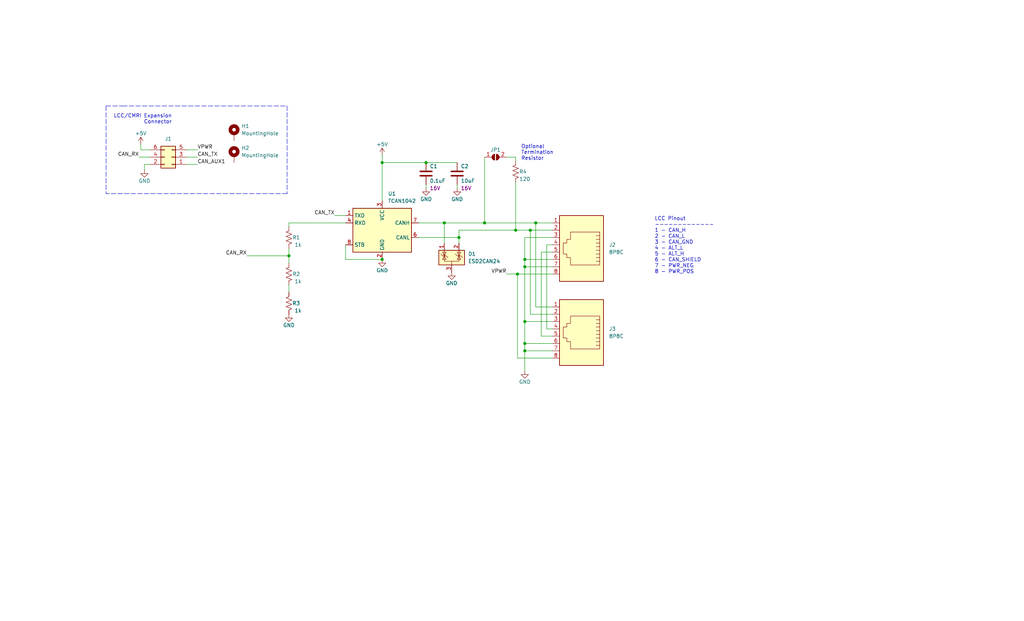
<source format=kicad_sch>
(kicad_sch (version 20211123) (generator eeschema)
  (paper "USLegal")
  (title_block (title "MSS Cascade Advanced CAN Board") (company "Iowa Scaled Engineering"))
  (lib_symbols
    (symbol "Connector:8P8C" (pin_names (offset 1.016))
      (property "Reference" "J" (at -5.08 13.97 0))
      (property "Value" "8P8C" (at 2.54 13.97 0))
      (symbol "8P8C_0_1"
        (polyline (pts (xy -5.08 4.445) (xy -6.35 4.445)))
        (polyline (pts (xy -5.08 5.715) (xy -6.35 5.715)))
        (polyline (pts (xy -6.35 -3.175) (xy -5.08 -3.175) (xy -5.08 -3.175)))
        (polyline (pts (xy -6.35 -1.905) (xy -5.08 -1.905) (xy -5.08 -1.905)))
        (polyline (pts (xy -6.35 -0.635) (xy -5.08 -0.635) (xy -5.08 -0.635)))
        (polyline (pts (xy -6.35 0.635) (xy -5.08 0.635) (xy -5.08 0.635)))
        (polyline (pts (xy -6.35 1.905) (xy -5.08 1.905) (xy -5.08 1.905)))
        (polyline (pts (xy -5.08 3.175) (xy -6.35 3.175) (xy -6.35 3.175)))
        (polyline (pts (xy -6.35 -4.445) (xy -6.35 6.985) (xy 3.81 6.985) (xy 3.81 4.445) (xy 5.08 4.445) (xy 5.08 3.175) (xy 6.35 3.175) (xy 6.35 -0.635) (xy 5.08 -0.635) (xy 5.08 -1.905) (xy 3.81 -1.905) (xy 3.81 -4.445) (xy -6.35 -4.445) (xy -6.35 -4.445)))
        (rectangle (start 7.62 12.7) (end -7.62 -10.16) (stroke (width 0.254)) (fill (type background)))
      )
      (symbol "8P8C_1_1"
        (pin passive line (at 10.16 -7.62 180) (length 2.54) (name "~") (number "1"))
        (pin passive line (at 10.16 -5.08 180) (length 2.54) (name "~") (number "2"))
        (pin passive line (at 10.16 -2.54 180) (length 2.54) (name "~") (number "3"))
        (pin passive line (at 10.16 0 180) (length 2.54) (name "~") (number "4"))
        (pin passive line (at 10.16 2.54 180) (length 2.54) (name "~") (number "5"))
        (pin passive line (at 10.16 5.08 180) (length 2.54) (name "~") (number "6"))
        (pin passive line (at 10.16 7.62 180) (length 2.54) (name "~") (number "7"))
        (pin passive line (at 10.16 10.16 180) (length 2.54) (name "~") (number "8"))
      )
    )
    (symbol "Connector_Generic:Conn_02x03_Odd_Even" (pin_names (offset 1.016) hide)
      (property "Reference" "J" (at 1.27 5.08 0))
      (property "Value" "Conn_02x03_Odd_Even" (at 1.27 -5.08 0))
      (symbol "Conn_02x03_Odd_Even_1_1"
        (rectangle (start -1.27 -2.413) (end 0 -2.667) (stroke (width 0.1524)))
        (rectangle (start -1.27 0.127) (end 0 -0.127) (stroke (width 0.1524)))
        (rectangle (start -1.27 2.667) (end 0 2.413) (stroke (width 0.1524)))
        (rectangle (start -1.27 3.81) (end 3.81 -3.81) (stroke (width 0.254)) (fill (type background)))
        (rectangle (start 3.81 -2.413) (end 2.54 -2.667) (stroke (width 0.1524)))
        (rectangle (start 3.81 0.127) (end 2.54 -0.127) (stroke (width 0.1524)))
        (rectangle (start 3.81 2.667) (end 2.54 2.413) (stroke (width 0.1524)))
        (pin passive line (at -5.08 2.54 0) (length 3.81) (name "Pin_1") (number "1"))
        (pin passive line (at 7.62 2.54 180) (length 3.81) (name "Pin_2") (number "2"))
        (pin passive line (at -5.08 0 0) (length 3.81) (name "Pin_3") (number "3"))
        (pin passive line (at 7.62 0 180) (length 3.81) (name "Pin_4") (number "4"))
        (pin passive line (at -5.08 -2.54 0) (length 3.81) (name "Pin_5") (number "5"))
        (pin passive line (at 7.62 -2.54 180) (length 3.81) (name "Pin_6") (number "6"))
      )
    )
    (symbol "Device:C" (pin_numbers hide) (pin_names (offset 0.254))
      (property "Reference" "C" (at 0.635 2.54 0))
      (property "Value" "C" (at 0.635 -2.54 0))
      (symbol "C_0_1"
        (polyline (pts (xy -2.032 -0.762) (xy 2.032 -0.762)) (stroke (width 0.508)))
        (polyline (pts (xy -2.032 0.762) (xy 2.032 0.762)) (stroke (width 0.508)))
      )
      (symbol "C_1_1"
        (pin passive line (at 0 3.81 270) (length 2.794) (name "~") (number "1"))
        (pin passive line (at 0 -3.81 90) (length 2.794) (name "~") (number "2"))
      )
    )
    (symbol "Device:R_US" (pin_numbers hide) (pin_names (offset 0))
      (property "Reference" "R" (at 2.54 0 90))
      (property "Value" "R_US" (at -2.54 0 90))
      (symbol "R_US_0_1"
        (polyline (pts (xy 0 -2.286) (xy 0 -2.54)))
        (polyline (pts (xy 0 2.286) (xy 0 2.54)))
        (polyline (pts (xy 0 -0.762) (xy 1.016 -1.143) (xy 0 -1.524) (xy -1.016 -1.905) (xy 0 -2.286)))
        (polyline (pts (xy 0 0.762) (xy 1.016 0.381) (xy 0 0) (xy -1.016 -0.381) (xy 0 -0.762)))
        (polyline (pts (xy 0 2.286) (xy 1.016 1.905) (xy 0 1.524) (xy -1.016 1.143) (xy 0 0.762)))
      )
      (symbol "R_US_1_1"
        (pin passive line (at 0 3.81 270) (length 1.27) (name "~") (number "1"))
        (pin passive line (at 0 -3.81 90) (length 1.27) (name "~") (number "2"))
      )
    )
    (symbol "ISE_Generic:TCAN1042"
      (property "Reference" "U" (at -10.16 8.89 0))
      (property "Value" "TCAN1042" (at 2.54 8.89 0))
      (symbol "TCAN1042_0_1"
        (rectangle (start -10.16 7.62) (end 10.16 -7.62) (stroke (width 0.254)) (fill (type background)))
      )
      (symbol "TCAN1042_1_1"
        (pin input line (at -12.7 5.08 0) (length 2.54) (name "TXD") (number "1"))
        (pin power_in line (at 0 -10.16 90) (length 2.54) (name "GND") (number "2"))
        (pin power_in line (at 0 10.16 270) (length 2.54) (name "VCC") (number "3"))
        (pin tri_state line (at -12.7 2.54 0) (length 2.54) (name "RXD") (number "4"))
        (pin no_connect line (at -10.16 -2.54 0) (length 2.54) hide (name "NC") (number "5"))
        (pin bidirectional line (at 12.7 -2.54 180) (length 2.54) (name "CANL") (number "6"))
        (pin bidirectional line (at 12.7 2.54 180) (length 2.54) (name "CANH") (number "7"))
        (pin input line (at -12.7 -5.08 0) (length 2.54) (name "STB") (number "8"))
      )
    )
    (symbol "Jumper:SolderJumper_2_Open" (pin_names (offset 0) hide)
      (property "Reference" "JP" (at 0 2.032 0))
      (property "Value" "SolderJumper_2_Open" (at 0 -2.54 0))
      (symbol "SolderJumper_2_Open_0_1"
        (arc (start -0.254 1.016) (mid -1.27 0) (end -0.254 -1.016))
        (arc (start -0.254 1.016) (mid -1.27 0) (end -0.254 -1.016) (fill (type outline)))
        (polyline (pts (xy -0.254 1.016) (xy -0.254 -1.016)))
        (polyline (pts (xy 0.254 1.016) (xy 0.254 -1.016)))
        (arc (start 0.254 -1.016) (mid 1.27 0) (end 0.254 1.016))
        (arc (start 0.254 -1.016) (mid 1.27 0) (end 0.254 1.016) (fill (type outline)))
      )
      (symbol "SolderJumper_2_Open_1_1"
        (pin passive line (at -3.81 0 0) (length 2.54) (name "A") (number "1"))
        (pin passive line (at 3.81 0 180) (length 2.54) (name "B") (number "2"))
      )
    )
    (symbol "Mechanical:MountingHole_Pad" (pin_numbers hide) (pin_names (offset 1.016) hide)
      (property "Reference" "H" (at 0 6.35 0))
      (property "Value" "MountingHole_Pad" (at 0 4.445 0))
      (symbol "MountingHole_Pad_0_1"
        (circle (center 0 1.27) (radius 1.27) (stroke (width 1.27)))
      )
      (symbol "MountingHole_Pad_1_1"
        (pin input line (at 0 -2.54 90) (length 2.54) (name "1") (number "1"))
      )
    )
    (symbol "Power_Protection:NUP2105L" (pin_names hide)
      (property "Reference" "D" (at 5.715 2.54 0))
      (property "Value" "NUP2105L" (at 5.715 0.635 0))
      (symbol "NUP2105L_0_0"
        (pin passive line (at 0 -5.08 90) (length 2.54) (name "A") (number "3"))
      )
      (symbol "NUP2105L_0_1"
        (rectangle (start -4.445 2.54) (end 4.445 -2.54) (stroke (width 0.254)) (fill (type background)))
        (polyline (pts (xy -2.54 2.54) (xy -2.54 0.635)))
        (polyline (pts (xy 0 -1.27) (xy 0 -2.54)))
        (polyline (pts (xy 2.54 2.54) (xy 2.54 0.635)))
        (polyline (pts (xy -3.81 1.27) (xy -3.175 0.635) (xy -1.905 0.635) (xy -1.27 0)))
        (polyline (pts (xy -2.54 0.635) (xy -2.54 -1.27) (xy 2.54 -1.27) (xy 2.54 0.635)))
        (polyline (pts (xy -2.54 0.635) (xy -1.905 -0.635) (xy -3.175 -0.635) (xy -2.54 0.635)))
        (polyline (pts (xy 2.54 0.635) (xy 1.905 -0.635) (xy 3.175 -0.635) (xy 2.54 0.635)))
        (polyline (pts (xy 2.54 0.635) (xy 3.175 1.905) (xy 1.905 1.905) (xy 2.54 0.635)))
        (polyline (pts (xy -2.54 0.635) (xy -3.175 1.905) (xy -1.905 1.905) (xy -2.54 0.635) (xy -2.54 1.27)))
        (polyline (pts (xy 1.27 1.27) (xy 1.905 0.635) (xy 2.54 0.635) (xy 3.175 0.635) (xy 3.81 0)))
      )
      (symbol "NUP2105L_1_1"
        (pin passive line (at -2.54 5.08 270) (length 2.54) (name "K") (number "1"))
        (pin passive line (at 2.54 5.08 270) (length 2.54) (name "K") (number "2"))
      )
    )
    (symbol "power:+5V" (power) (pin_names (offset 0))
      (property "Value" "+5V" (at 0 3.556 0))
      (symbol "+5V_0_1"
        (polyline (pts (xy -0.762 1.27) (xy 0 2.54)))
        (polyline (pts (xy 0 0) (xy 0 2.54)))
        (polyline (pts (xy 0 2.54) (xy 0.762 1.27)))
      )
      (symbol "+5V_1_1"
        (pin power_in line (at 0 0 90) (length 0) hide (name "+5V") (number "1"))
      )
    )
    (symbol "power:GND" (power) (pin_names (offset 0))
      (property "Value" "GND" (at 0 -3.81 0))
      (symbol "GND_0_1"
        (polyline (pts (xy 0 0) (xy 0 -1.27) (xy 1.27 -1.27) (xy 0 -2.54) (xy -1.27 -1.27) (xy 0 -1.27)))
      )
      (symbol "GND_1_1"
        (pin power_in line (at 0 0 270) (length 0) hide (name "GND") (number "1"))
      )
    )
  )
  (junction (at 168.275 77.47))
  (junction (at 159.385 82.55))
  (junction (at 186.055 77.47))
  (junction (at 184.15 80.01))
  (junction (at 147.955 56.515))
  (junction (at 182.245 121.92))
  (junction (at 154.305 77.47))
  (junction (at 179.07 80.01))
  (junction (at 182.245 119.38))
  (junction (at 100.33 88.9))
  (junction (at 182.245 90.17))
  (junction (at 182.245 92.71))
  (junction (at 179.705 95.25))
  (junction (at 132.715 56.515))
  (junction (at 132.715 90.17))
  (junction (at 182.245 111.76))
  (wire (pts (xy 120.015 74.93) (xy 116.205 74.93)))
  (wire (pts (xy 100.33 77.47) (xy 100.33 78.74)))
  (wire (pts (xy 187.96 116.84) (xy 187.96 87.63)))
  (wire (pts (xy 158.75 64.135) (xy 158.75 65.405)))
  (wire (pts (xy 182.245 92.71) (xy 182.245 111.76)))
  (wire (pts (xy 50.165 57.15) (xy 52.07 57.15)))
  (wire (pts (xy 182.245 121.92) (xy 191.77 121.92)))
  (wire (pts (xy 120.015 85.09) (xy 120.015 90.17)))
  (wire (pts (xy 168.275 54.61) (xy 168.275 77.47)))
  (wire (pts (xy 132.715 56.515) (xy 147.955 56.515)))
  (wire (pts (xy 189.865 114.3) (xy 189.865 85.09)))
  (wire (pts (xy 64.77 57.15) (xy 68.58 57.15)))
  (wire (pts (xy 186.055 77.47) (xy 191.77 77.47)))
  (wire (pts (xy 191.77 106.68) (xy 186.055 106.68)))
  (wire (pts (xy 182.245 90.17) (xy 182.245 92.71)))
  (wire (pts (xy 147.955 56.515) (xy 158.75 56.515)))
  (wire (pts (xy 100.33 86.36) (xy 100.33 88.9)))
  (wire (pts (xy 179.705 124.46) (xy 191.77 124.46)))
  (wire (pts (xy 100.33 99.06) (xy 100.33 101.6)))
  (wire (pts (xy 64.77 52.07) (xy 68.58 52.07)))
  (wire (pts (xy 154.305 77.47) (xy 168.275 77.47)))
  (wire (pts (xy 179.705 95.25) (xy 179.705 124.46)))
  (wire (pts (xy 154.305 77.47) (xy 154.305 84.455)))
  (wire (pts (xy 191.77 90.17) (xy 182.245 90.17)))
  (wire (pts (xy 182.245 82.55) (xy 182.245 90.17)))
  (wire (pts (xy 52.07 54.61) (xy 48.26 54.61)))
  (wire (pts (xy 179.07 63.5) (xy 179.07 80.01)))
  (wire (pts (xy 182.245 111.76) (xy 191.77 111.76)))
  (polyline (pts (xy 99.695 67.31) (xy 36.83 67.31)))
  (wire (pts (xy 85.725 88.9) (xy 100.33 88.9)))
  (wire (pts (xy 179.07 54.61) (xy 179.07 55.88)))
  (wire (pts (xy 182.245 111.76) (xy 182.245 119.38)))
  (wire (pts (xy 191.77 116.84) (xy 187.96 116.84)))
  (wire (pts (xy 120.015 90.17) (xy 132.715 90.17)))
  (wire (pts (xy 159.385 82.55) (xy 159.385 84.455)))
  (wire (pts (xy 64.77 54.61) (xy 68.58 54.61)))
  (wire (pts (xy 168.275 77.47) (xy 186.055 77.47)))
  (wire (pts (xy 50.165 59.055) (xy 50.165 57.15)))
  (wire (pts (xy 191.77 109.22) (xy 184.15 109.22)))
  (wire (pts (xy 175.895 54.61) (xy 179.07 54.61)))
  (wire (pts (xy 179.07 80.01) (xy 184.15 80.01)))
  (wire (pts (xy 182.245 121.92) (xy 182.245 128.905)))
  (wire (pts (xy 186.055 106.68) (xy 186.055 77.47)))
  (wire (pts (xy 182.245 119.38) (xy 182.245 121.92)))
  (wire (pts (xy 191.77 82.55) (xy 182.245 82.55)))
  (wire (pts (xy 182.245 119.38) (xy 191.77 119.38)))
  (polyline (pts (xy 36.83 36.83) (xy 36.83 67.31)))
  (wire (pts (xy 147.955 64.135) (xy 147.955 65.405)))
  (wire (pts (xy 48.895 50.165) (xy 48.895 52.07)))
  (polyline (pts (xy 42.545 36.83) (xy 99.695 36.83)))
  (wire (pts (xy 191.77 92.71) (xy 182.245 92.71)))
  (polyline (pts (xy 36.83 36.83) (xy 42.545 36.83)))
  (wire (pts (xy 191.77 95.25) (xy 179.705 95.25)))
  (wire (pts (xy 120.015 77.47) (xy 100.33 77.47)))
  (wire (pts (xy 48.895 52.07) (xy 52.07 52.07)))
  (wire (pts (xy 100.33 88.9) (xy 100.33 91.44)))
  (wire (pts (xy 145.415 82.55) (xy 159.385 82.55)))
  (wire (pts (xy 132.715 56.515) (xy 132.715 69.85)))
  (wire (pts (xy 184.15 109.22) (xy 184.15 80.01)))
  (polyline (pts (xy 99.695 36.83) (xy 99.695 67.31)))
  (wire (pts (xy 132.715 53.975) (xy 132.715 56.515)))
  (wire (pts (xy 184.15 80.01) (xy 191.77 80.01)))
  (wire (pts (xy 179.705 95.25) (xy 175.895 95.25)))
  (wire (pts (xy 159.385 82.55) (xy 159.385 80.01)))
  (wire (pts (xy 187.96 87.63) (xy 191.77 87.63)))
  (wire (pts (xy 145.415 77.47) (xy 154.305 77.47)))
  (wire (pts (xy 159.385 80.01) (xy 179.07 80.01)))
  (wire (pts (xy 191.77 114.3) (xy 189.865 114.3)))
  (wire (pts (xy 189.865 85.09) (xy 191.77 85.09)))
  (text "LCC/CMRI Expansion\nConnector" (at 59.69 43.18 180) (effects (font (size 1.27 1.27)) (justify right bottom)))
  (text "Optional\nTermination\nResistor" (at 180.975 55.88 0) (effects (font (size 1.27 1.27)) (justify left bottom)))
  (text "LCC Pinout\n-------------\n1 - CAN_H\n2 - CAN_L\n3 - CAN_GND\n4 - ALT_L\n5 - ALT_H\n6 - CAN_SHIELD\n7 - PWR_NEG\n8 - PWR_POS\n" (at 227.33 95.25 0) (effects (font (size 1.27 1.27)) (justify left bottom)))
  (label "CAN_RX" (at 85.725 88.9 180))
  (label "CAN_TX" (at 116.205 74.93 180))
  (label "CAN_RX" (at 48.26 54.61 180))
  (label "CAN_AUX1" (at 68.58 57.15 0))
  (label "CAN_TX" (at 68.58 54.61 0))
  (label "VPWR" (at 175.895 95.25 180))
  (label "VPWR" (at 68.58 52.07 0))
  (symbol (lib_id "Connector:8P8C") (at 201.93 85.09 180) (unit 1)
    (property "Reference" "J2" (at 211.455 85.0899 0) (effects (justify right)))
    (property "Value" "8P8C" (at 211.455 87.6299 0) (effects (justify right)))
    (property "Footprint" "RJ45_Amphenol_54602-x08_Horizontal" (effects hide))
  )
  (symbol (lib_id "Device:R_US") (at 100.33 105.41 0) (mirror x) (unit 1)
    (property "Reference" "R3" (at 102.87 105.41 0))
    (property "Value" "1k" (at 103.505 107.95 0))
    (property "Footprint" "Resistor_SMD:R_0805_2012Metric" (effects hide))
  )
  (symbol (lib_id "Device:C") (at 158.75 60.325 0) (unit 1)
    (property "Reference" "C2" (at 160.02 57.785 0) (effects (justify left)))
    (property "Value" "10uF" (at 160.02 62.865 0) (effects (justify left)))
    (property "Footprint" "Capacitor_SMD:C_0805_2012Metric" (effects hide))
    (property "Voltage" "16V" (at 160.02 65.405 0) (effects (justify left)))
  )
  (symbol (lib_id "Device:C") (at 147.955 60.325 0) (unit 1)
    (property "Reference" "C1" (at 149.225 57.785 0) (effects (justify left)))
    (property "Value" "0.1uF" (at 149.225 62.865 0) (effects (justify left)))
    (property "Footprint" "Capacitor_SMD:C_0805_2012Metric" (effects hide))
    (property "Voltage" "16V" (at 149.225 65.405 0) (effects (justify left)))
  )
  (symbol (lib_id "power:GND") (at 158.75 65.405 0) (unit 1)
    (property "Reference" "#PWR02" (effects hide))
    (property "Value" "GND" (at 158.75 69.215 0))
  )
  (symbol (lib_id "power:GND") (at 132.715 90.17 0) (unit 1)
    (property "Reference" "#PWR03" (effects hide))
    (property "Value" "GND" (at 132.715 93.98 0))
  )
  (symbol (lib_id "power:GND") (at 50.165 59.055 0) (mirror y) (unit 1)
    (property "Reference" "#PWR0112" (effects hide))
    (property "Value" "GND" (at 50.165 62.865 0))
  )
  (symbol (lib_id "Device:R_US") (at 100.33 95.25 0) (mirror x) (unit 1)
    (property "Reference" "R2" (at 102.87 95.25 0))
    (property "Value" "1k" (at 103.505 97.79 0))
    (property "Footprint" "Resistor_SMD:R_0805_2012Metric" (effects hide))
  )
  (symbol (lib_id "power:GND") (at 182.245 128.905 0) (unit 1)
    (property "Reference" "#PWR06" (effects hide))
    (property "Value" "GND" (at 182.245 132.715 0))
  )
  (symbol (lib_id "Device:R_US") (at 100.33 82.55 0) (mirror x) (unit 1)
    (property "Reference" "R1" (at 102.87 82.55 0))
    (property "Value" "1k" (at 103.505 85.09 0))
    (property "Footprint" "Resistor_SMD:R_0805_2012Metric" (effects hide))
  )
  (symbol (lib_id "power:+5V") (at 132.715 53.975 0) (unit 1)
    (property "Reference" "#PWR01" (effects hide))
    (property "Value" "+5V" (at 132.715 50.165 0))
  )
  (symbol (lib_id "Device:R_US") (at 179.07 59.69 0) (mirror x) (unit 1)
    (property "Reference" "R4" (at 181.61 59.69 0))
    (property "Value" "120" (at 182.245 62.23 0))
    (property "Footprint" "Resistor_SMD:R_0805_2012Metric" (effects hide))
  )
  (symbol (lib_id "power:+5V") (at 48.895 50.165 0) (unit 1)
    (property "Reference" "#PWR025" (effects hide))
    (property "Value" "+5V" (at 48.895 46.355 0))
  )
  (symbol (lib_id "Connector_Generic:Conn_02x03_Odd_Even") (at 59.69 54.61 180) (unit 1)
    (property "Reference" "J1" (at 58.42 48.26 0))
    (property "Value" "Conn_02x03_Odd_Even" (effects hide))
    (property "Footprint" "Connector_PinHeader_2.54mm:PinHeader_2x03_P2.54mm_Vertical" (effects hide))
  )
  (symbol (lib_id "Power_Protection:NUP2105L") (at 156.845 89.535 0) (unit 1)
    (property "Reference" "D1" (at 162.56 88.2649 0) (effects (justify left)))
    (property "Value" "ESD2CAN24" (at 162.56 90.8049 0) (effects (justify left)))
    (property "Footprint" "Package_TO_SOT_SMD:SOT-23" (effects hide))
    (property "Datasheet" "http://www.onsemi.com/pub_link/Collateral/NUP2105L-D.PDF" (effects hide))
  )
  (symbol (lib_id "Mechanical:MountingHole_Pad") (at 81.28 53.975 0) (unit 1)
    (property "Reference" "H2" (at 83.82 51.4349 0) (effects (justify left)))
    (property "Value" "MountingHole" (at 83.82 53.9749 0) (effects (justify left)))
    (property "Footprint" "MountingHole:MountingHole_3.2mm_M3_ISO14580_Pad" (effects hide))
  )
  (symbol (lib_id "Mechanical:MountingHole_Pad") (at 81.28 46.355 0) (unit 1)
    (property "Reference" "H1" (at 83.82 43.8149 0) (effects (justify left)))
    (property "Value" "MountingHole" (at 83.82 46.3549 0) (effects (justify left)))
    (property "Footprint" "MountingHole:MountingHole_3.2mm_M3_ISO14580_Pad" (effects hide))
  )
  (symbol (lib_id "Connector:8P8C") (at 201.93 114.3 180) (unit 1)
    (property "Reference" "J3" (at 211.455 114.2999 0) (effects (justify right)))
    (property "Value" "8P8C" (at 211.455 116.8399 0) (effects (justify right)))
    (property "Footprint" "RJ45_Amphenol_54602-x08_Horizontal" (effects hide))
  )
  (symbol (lib_id "power:GND") (at 156.845 94.615 0) (unit 1)
    (property "Reference" "#PWR04" (effects hide))
    (property "Value" "GND" (at 156.845 98.425 0))
  )
  (symbol (lib_id "power:GND") (at 147.955 65.405 0) (unit 1)
    (property "Reference" "#PWR027" (effects hide))
    (property "Value" "GND" (at 147.955 69.215 0))
  )
  (symbol (lib_id "Jumper:SolderJumper_2_Open") (at 172.085 54.61 0) (unit 1)
    (property "Reference" "JP1" (at 172.085 52.07 0))
    (property "Value" "SolderJumper_2_Open" (effects hide))
    (property "Footprint" "Jumper:SolderJumper-2_P1.3mm_Open_RoundedPad1.0x1.5mm" (effects hide))
  )
  (symbol (lib_id "ISE_Generic:TCAN1042") (at 132.715 80.01 0) (unit 1)
    (property "Reference" "U1" (at 134.7344 67.31 0) (effects (justify left)))
    (property "Value" "TCAN1042" (at 134.7344 69.85 0) (effects (justify left)))
    (property "Footprint" "Package_SO:SOIC-8_3.9x4.9mm_P1.27mm" (effects hide))
    (property "Datasheet" "http://www.ti.com/lit/ds/symlink/tcan337.pdf" (effects hide))
  )
  (symbol (lib_id "power:GND") (at 100.33 109.22 0) (unit 1)
    (property "Reference" "#PWR05" (effects hide))
    (property "Value" "GND" (at 100.33 113.03 0))
  )
)
</source>
